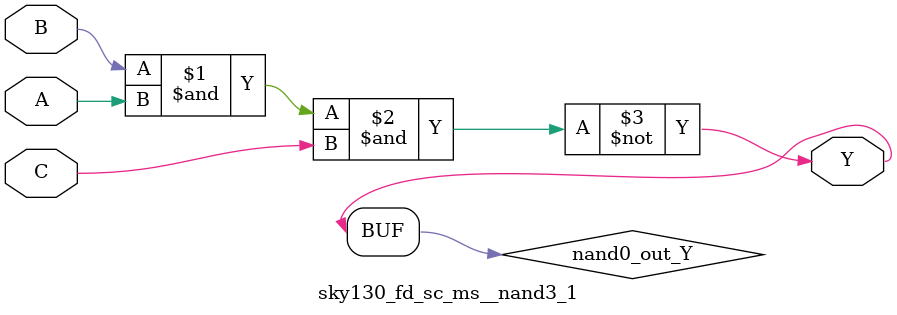
<source format=v>
/*
 * Copyright 2020 The SkyWater PDK Authors
 *
 * Licensed under the Apache License, Version 2.0 (the "License");
 * you may not use this file except in compliance with the License.
 * You may obtain a copy of the License at
 *
 *     https://www.apache.org/licenses/LICENSE-2.0
 *
 * Unless required by applicable law or agreed to in writing, software
 * distributed under the License is distributed on an "AS IS" BASIS,
 * WITHOUT WARRANTIES OR CONDITIONS OF ANY KIND, either express or implied.
 * See the License for the specific language governing permissions and
 * limitations under the License.
 *
 * SPDX-License-Identifier: Apache-2.0
*/


`ifndef SKY130_FD_SC_MS__NAND3_1_FUNCTIONAL_V
`define SKY130_FD_SC_MS__NAND3_1_FUNCTIONAL_V

/**
 * nand3: 3-input NAND.
 *
 * Verilog simulation functional model.
 */

`timescale 1ns / 1ps
`default_nettype none

`celldefine
module sky130_fd_sc_ms__nand3_1 (
    Y,
    A,
    B,
    C
);

    // Module ports
    output Y;
    input  A;
    input  B;
    input  C;

    // Local signals
    wire nand0_out_Y;

    //   Name   Output       Other arguments
    nand nand0 (nand0_out_Y, B, A, C        );
    buf  buf0  (Y          , nand0_out_Y    );

endmodule
`endcelldefine

`default_nettype wire
`endif  // SKY130_FD_SC_MS__NAND3_1_FUNCTIONAL_V

</source>
